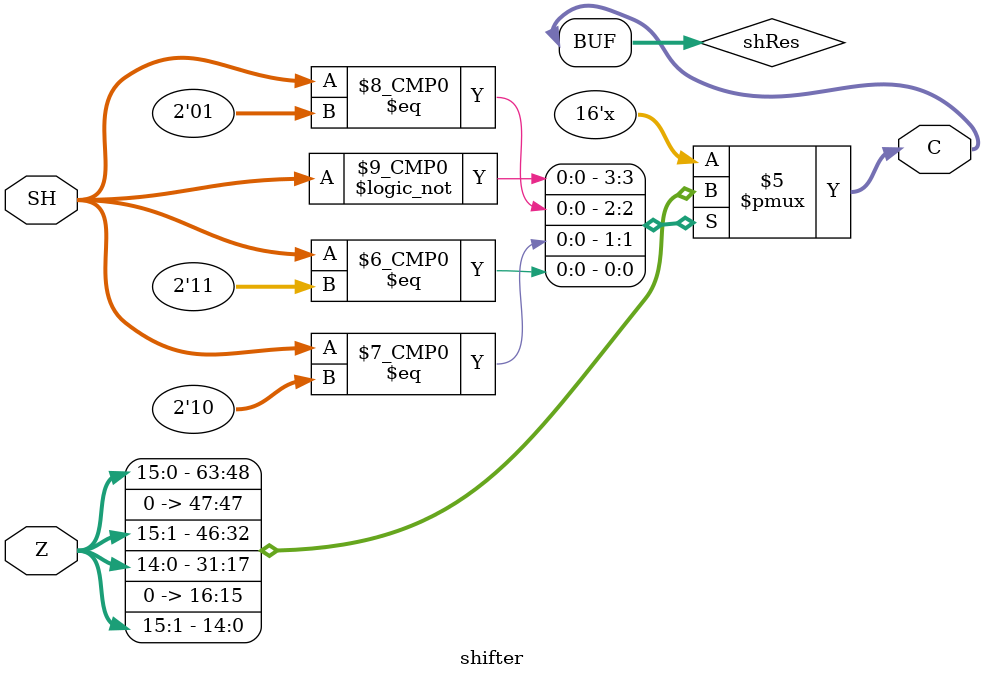
<source format=v>
module shifter( input [15:0] Z,
					 input [1:0] SH,
					 output [15:0] C );
	reg [15:0] shRes;
	assign C = shRes;
	always @ (*)
	begin
		case(SH)
		2'b00: // No Shift
			shRes = Z;
		2'b01: // LSR1
			shRes = Z >> 1;
		2'b10: // LSL1
			shRes = Z << 1;
		2'b11: // ASR1
			shRes = Z >>> 1;
		endcase
	end
endmodule
</source>
